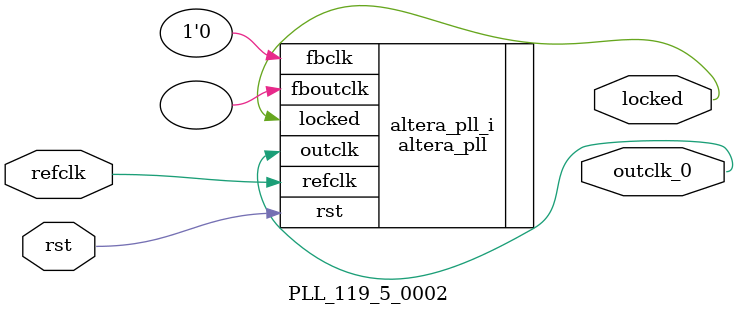
<source format=v>
`timescale 1ns/10ps
module  PLL_119_5_0002(

	// interface 'refclk'
	input wire refclk,

	// interface 'reset'
	input wire rst,

	// interface 'outclk0'
	output wire outclk_0,

	// interface 'locked'
	output wire locked
);

	altera_pll #(
		.fractional_vco_multiplier("false"),
		.reference_clock_frequency("50.0 MHz"),
		.operation_mode("direct"),
		.number_of_clocks(1),
		.output_clock_frequency0("119.500000 MHz"),
		.phase_shift0("0 ps"),
		.duty_cycle0(50),
		.output_clock_frequency1("0 MHz"),
		.phase_shift1("0 ps"),
		.duty_cycle1(50),
		.output_clock_frequency2("0 MHz"),
		.phase_shift2("0 ps"),
		.duty_cycle2(50),
		.output_clock_frequency3("0 MHz"),
		.phase_shift3("0 ps"),
		.duty_cycle3(50),
		.output_clock_frequency4("0 MHz"),
		.phase_shift4("0 ps"),
		.duty_cycle4(50),
		.output_clock_frequency5("0 MHz"),
		.phase_shift5("0 ps"),
		.duty_cycle5(50),
		.output_clock_frequency6("0 MHz"),
		.phase_shift6("0 ps"),
		.duty_cycle6(50),
		.output_clock_frequency7("0 MHz"),
		.phase_shift7("0 ps"),
		.duty_cycle7(50),
		.output_clock_frequency8("0 MHz"),
		.phase_shift8("0 ps"),
		.duty_cycle8(50),
		.output_clock_frequency9("0 MHz"),
		.phase_shift9("0 ps"),
		.duty_cycle9(50),
		.output_clock_frequency10("0 MHz"),
		.phase_shift10("0 ps"),
		.duty_cycle10(50),
		.output_clock_frequency11("0 MHz"),
		.phase_shift11("0 ps"),
		.duty_cycle11(50),
		.output_clock_frequency12("0 MHz"),
		.phase_shift12("0 ps"),
		.duty_cycle12(50),
		.output_clock_frequency13("0 MHz"),
		.phase_shift13("0 ps"),
		.duty_cycle13(50),
		.output_clock_frequency14("0 MHz"),
		.phase_shift14("0 ps"),
		.duty_cycle14(50),
		.output_clock_frequency15("0 MHz"),
		.phase_shift15("0 ps"),
		.duty_cycle15(50),
		.output_clock_frequency16("0 MHz"),
		.phase_shift16("0 ps"),
		.duty_cycle16(50),
		.output_clock_frequency17("0 MHz"),
		.phase_shift17("0 ps"),
		.duty_cycle17(50),
		.pll_type("General"),
		.pll_subtype("General")
	) altera_pll_i (
		.rst	(rst),
		.outclk	({outclk_0}),
		.locked	(locked),
		.fboutclk	( ),
		.fbclk	(1'b0),
		.refclk	(refclk)
	);
endmodule


</source>
